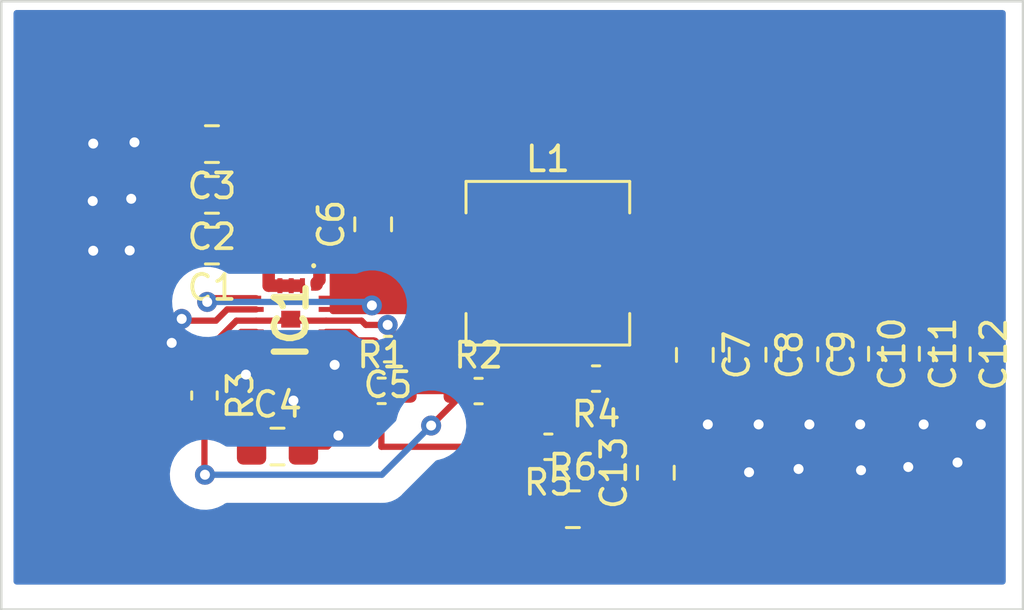
<source format=kicad_pcb>
(kicad_pcb (version 20211014) (generator pcbnew)
  (layers (0 "F.Cu" signal) (31 "B.Cu" signal) (34 "B.Paste" user) (35 "F.Paste" user) (36 "B.SilkS" user "B.Silkscreen") (37 "F.SilkS" user "F.Silkscreen") (38 "B.Mask" user) (39 "F.Mask" user) (44 "Edge.Cuts" user))
  (net 0 "")
  (net 1 "Vin 5.5-24 V")
  (net 2 "Earth")
  (net 3 "VCC")
  (net 4 "Net-(C6-Pad1)")
  (net 5 "Net-(C6-Pad2)")
  (net 6 "Net-(C4-Pad1)")
  (net 7 "Net-(IC1-Pad15)")
  (net 8 "Net-(C13-Pad1)")
  (net 9 "EN")
  (net 10 "Net-(IC1-Pad9)")
  (net 11 "Vout 5V 10A")
  (net 12 "Net-(C13-Pad2)")
  (footprint "Capacitor_SMD:C_0603_1608Metric_Pad1.08x0.95mm_HandSolder" (layer "F.Cu") (at 161.2175 103.63 180)
    (fp_text reference "R4" (at 0 -1.43) (layer "F.SilkS"))
    (fp_text value "51.1")
    (fp_line (start -0.146267 0.51) (end 0.146267 0.51) (layer "F.SilkS") (width 0.12))
    (fp_line (start -0.146267 -0.51) (end 0.146267 -0.51) (layer "F.SilkS") (width 0.12))
    (pad "1" smd roundrect (at -0.8625 0 180) (size 1.075 0.95) (layers "F.Cu" "F.Paste" "F.Mask") (net 11 "Vout 5V 10A"))
    (pad "2" smd roundrect (at 0.8625 0 180) (size 1.075 0.95) (layers "F.Cu" "F.Paste" "F.Mask") (net 12 "Net-(C13-Pad2)"))
  )
  (footprint "Capacitor_SMD:C_0805_2012Metric_Pad1.18x1.45mm_HandSolder" (layer "F.Cu") (at 165.17 102.6825 -90)
    (fp_text reference "C7" (at 0 -1.68 90) (layer "F.SilkS"))
    (fp_text value "0.1uF")
    (fp_line (start -0.261252 -0.735) (end 0.261252 -0.735) (layer "F.SilkS") (width 0.12))
    (fp_line (start -0.261252 0.735) (end 0.261252 0.735) (layer "F.SilkS") (width 0.12))
    (pad "1" smd roundrect (at -1.0375 0 270) (size 1.175 1.45) (layers "F.Cu" "F.Paste" "F.Mask") (roundrect_rratio 0.212766) (net 11 "Vout 5V 10A"))
    (pad "2" smd roundrect (at 1.0375 0 270) (size 1.175 1.45) (layers "F.Cu" "F.Paste" "F.Mask") (roundrect_rratio 0.212766) (net 2 "Earth"))
  )
  (footprint "Capacitor_SMD:C_0805_2012Metric_Pad1.18x1.45mm_HandSolder" (layer "F.Cu") (at 167.28 102.675 -90)
    (fp_text reference "C8" (at 0 -1.68 90) (layer "F.SilkS"))
    (fp_text value "47uF")
    (fp_line (start -0.261252 -0.735) (end 0.261252 -0.735) (layer "F.SilkS") (width 0.12))
    (fp_line (start -0.261252 0.735) (end 0.261252 0.735) (layer "F.SilkS") (width 0.12))
    (pad "1" smd roundrect (at -1.0375 0 270) (size 1.175 1.45) (layers "F.Cu" "F.Paste" "F.Mask") (roundrect_rratio 0.212766) (net 11 "Vout 5V 10A"))
    (pad "2" smd roundrect (at 1.0375 0 270) (size 1.175 1.45) (layers "F.Cu" "F.Paste" "F.Mask") (roundrect_rratio 0.212766) (net 2 "Earth"))
  )
  (footprint "Capacitor_SMD:C_0805_2012Metric_Pad1.18x1.45mm_HandSolder" (layer "F.Cu") (at 175.45 102.659 -90)
    (fp_text reference "C12" (at 0 -1.68 90) (layer "F.SilkS"))
    (fp_text value "47uF")
    (fp_line (start -0.261252 -0.735) (end 0.261252 -0.735) (layer "F.SilkS") (width 0.12))
    (fp_line (start -0.261252 0.735) (end 0.261252 0.735) (layer "F.SilkS") (width 0.12))
    (pad "1" smd roundrect (at -1.0375 0 270) (size 1.175 1.45) (layers "F.Cu" "F.Paste" "F.Mask") (roundrect_rratio 0.212766) (net 11 "Vout 5V 10A"))
    (pad "2" smd roundrect (at 1.0375 0 270) (size 1.175 1.45) (layers "F.Cu" "F.Paste" "F.Mask") (roundrect_rratio 0.212766) (net 2 "Earth"))
  )
  (footprint "Capacitor_SMD:C_0603_1608Metric_Pad1.08x0.95mm_HandSolder" (layer "F.Cu") (at 145.55 104.3075 -90)
    (fp_text reference "R3" (at 0 -1.43 90) (layer "F.SilkS"))
    (fp_text value "100k")
    (fp_line (start -0.146267 -0.51) (end 0.146267 -0.51) (layer "F.SilkS") (width 0.12))
    (fp_line (start -0.146267 0.51) (end 0.146267 0.51) (layer "F.SilkS") (width 0.12))
    (pad "1" smd roundrect (at -0.8625 0 270) (size 1.075 0.95) (layers "F.Cu" "F.Paste" "F.Mask") (net 10 "Net-(IC1-Pad9)"))
    (pad "2" smd roundrect (at 0.8625 0 270) (size 1.075 0.95) (layers "F.Cu" "F.Paste" "F.Mask") (net 3 "VCC"))
  )
  (footprint "Capacitor_SMD:C_0603_1608Metric_Pad1.08x0.95mm_HandSolder" (layer "F.Cu") (at 152.8925 102.45 180)
    (fp_text reference "C5" (at 0 -1.43) (layer "F.SilkS"))
    (fp_text value "1uF")
    (fp_line (start -0.146267 -0.51) (end 0.146267 -0.51) (layer "F.SilkS") (width 0.12))
    (fp_line (start -0.146267 0.51) (end 0.146267 0.51) (layer "F.SilkS") (width 0.12))
    (pad "1" smd roundrect (at -0.8625 0 180) (size 1.075 0.95) (layers "F.Cu" "F.Paste" "F.Mask") (net 2 "Earth"))
    (pad "2" smd roundrect (at 0.8625 0 180) (size 1.075 0.95) (layers "F.Cu" "F.Paste" "F.Mask") (net 3 "VCC"))
  )
  (footprint "Inductor_SMD:L_Vishay_IHLP-2525" (layer "F.Cu") (at 159.29 99.01)
    (fp_text reference "L1" (at 0 -4.175) (layer "F.SilkS"))
    (fp_text value "1.8uH")
    (fp_line (start -3.275 2.0145) (end -3.275 3.275) (layer "F.SilkS") (width 0.12))
    (fp_line (start -3.275 -2.0145) (end -3.275 -3.275) (layer "F.SilkS") (width 0.12))
    (fp_line (start -3.275 -3.275) (end 3.275 -3.275) (layer "F.SilkS") (width 0.12))
    (fp_line (start 3.275 -3.275) (end 3.275 -2.0145) (layer "F.SilkS") (width 0.12))
    (fp_line (start -3.275 3.275) (end 3.275 3.275) (layer "F.SilkS") (width 0.12))
    (fp_line (start 3.275 3.275) (end 3.275 2.0145) (layer "F.SilkS") (width 0.12))
    (pad "1" smd rect (at -2.921 0) (size 2.413 3.429) (layers "F.Cu" "F.Paste" "F.Mask") (net 4 "Net-(C6-Pad1)"))
    (pad "2" smd rect (at 2.921 0) (size 2.413 3.429) (layers "F.Cu" "F.Paste" "F.Mask") (net 11 "Vout 5V 10A"))
  )
  (footprint "Capacitor_SMD:C_0603_1608Metric_Pad1.08x0.95mm_HandSolder" (layer "F.Cu") (at 159.31 106.36 180)
    (fp_text reference "R5" (at 0 -1.43) (layer "F.SilkS"))
    (fp_text value "110k")
    (fp_line (start -0.146267 0.51) (end 0.146267 0.51) (layer "F.SilkS") (width 0.12))
    (fp_line (start -0.146267 -0.51) (end 0.146267 -0.51) (layer "F.SilkS") (width 0.12))
    (pad "1" smd roundrect (at -0.8625 0 180) (size 1.075 0.95) (layers "F.Cu" "F.Paste" "F.Mask") (net 12 "Net-(C13-Pad2)"))
    (pad "2" smd roundrect (at 0.8625 0 180) (size 1.075 0.95) (layers "F.Cu" "F.Paste" "F.Mask") (net 8 "Net-(C13-Pad1)"))
  )
  (footprint "Capacitor_SMD:C_0805_2012Metric_Pad1.18x1.45mm_HandSolder" (layer "F.Cu") (at 169.354 102.659 -90)
    (fp_text reference "C9" (at 0 -1.68 90) (layer "F.SilkS"))
    (fp_text value "47uF")
    (fp_line (start -0.261252 -0.735) (end 0.261252 -0.735) (layer "F.SilkS") (width 0.12))
    (fp_line (start -0.261252 0.735) (end 0.261252 0.735) (layer "F.SilkS") (width 0.12))
    (pad "1" smd roundrect (at -1.0375 0 270) (size 1.175 1.45) (layers "F.Cu" "F.Paste" "F.Mask") (roundrect_rratio 0.212766) (net 11 "Vout 5V 10A"))
    (pad "2" smd roundrect (at 1.0375 0 270) (size 1.175 1.45) (layers "F.Cu" "F.Paste" "F.Mask") (roundrect_rratio 0.212766) (net 2 "Earth"))
  )
  (footprint "Capacitor_SMD:C_0603_1608Metric_Pad1.08x0.95mm_HandSolder" (layer "F.Cu") (at 156.5175 104.13)
    (fp_text reference "R2" (at 0 -1.43) (layer "F.SilkS"))
    (fp_text value "15k")
    (fp_line (start -0.146267 0.51) (end 0.146267 0.51) (layer "F.SilkS") (width 0.12))
    (fp_line (start -0.146267 -0.51) (end 0.146267 -0.51) (layer "F.SilkS") (width 0.12))
    (pad "1" smd roundrect (at -0.8625 0) (size 1.075 0.95) (layers "F.Cu" "F.Paste" "F.Mask") (net 3 "VCC"))
    (pad "2" smd roundrect (at 0.8625 0) (size 1.075 0.95) (layers "F.Cu" "F.Paste" "F.Mask") (net 2 "Earth"))
  )
  (footprint "Capacitor_SMD:C_0805_2012Metric_Pad1.18x1.45mm_HandSolder" (layer "F.Cu") (at 173.418 102.6375 -90)
    (fp_text reference "C11" (at 0 -1.68 90) (layer "F.SilkS"))
    (fp_text value "47uF")
    (fp_line (start -0.261252 -0.735) (end 0.261252 -0.735) (layer "F.SilkS") (width 0.12))
    (fp_line (start -0.261252 0.735) (end 0.261252 0.735) (layer "F.SilkS") (width 0.12))
    (pad "1" smd roundrect (at -1.0375 0 270) (size 1.175 1.45) (layers "F.Cu" "F.Paste" "F.Mask") (roundrect_rratio 0.212766) (net 11 "Vout 5V 10A"))
    (pad "2" smd roundrect (at 1.0375 0 270) (size 1.175 1.45) (layers "F.Cu" "F.Paste" "F.Mask") (roundrect_rratio 0.212766) (net 2 "Earth"))
  )
  (footprint "Capacitor_SMD:C_0805_2012Metric_Pad1.18x1.45mm_HandSolder" (layer "F.Cu") (at 145.85 98.304 180)
    (fp_text reference "C1" (at 0 -1.68) (layer "F.SilkS"))
    (fp_text value "22uF")
    (fp_line (start -0.261252 -0.735) (end 0.261252 -0.735) (layer "F.SilkS") (width 0.12))
    (fp_line (start -0.261252 0.735) (end 0.261252 0.735) (layer "F.SilkS") (width 0.12))
    (pad "1" smd roundrect (at -1.0375 0 180) (size 1.175 1.45) (layers "F.Cu" "F.Paste" "F.Mask") (roundrect_rratio 0.212766) (net 1 "Vin 5.5-24 V"))
    (pad "2" smd roundrect (at 1.0375 0 180) (size 1.175 1.45) (layers "F.Cu" "F.Paste" "F.Mask") (roundrect_rratio 0.212766) (net 2 "Earth"))
  )
  (footprint "TPS51396ARJER:TPS51396ARJER" (layer "F.Cu") (at 149.02 101.31 -90)
    (fp_text reference "IC1" (at 0 0 90) (layer "F.SilkS") (effects (font (size 1.27 1.27) (thickness 0.254))))
    (fp_text value "TPS51396ARJER" hide)
    (fp_line (start -2.15 -0.9) (end -2.15 -0.9) (layer "F.SilkS") (width 0.1))
    (fp_line (start -2.25 -0.9) (end -2.25 -0.9) (layer "F.SilkS") (width 0.1))
    (fp_arc (start -2.25 -0.9) (mid -2.2 -0.95) (end -2.15 -0.9) (layer "F.SilkS") (width 0.1))
    (fp_arc (start -2.15 -0.9) (mid -2.2 -0.85) (end -2.25 -0.9) (layer "F.SilkS") (width 0.1))
    (pad "1" smd rect (at -1.4 -0.9) (size 0.2 0.4) (layers "F.Cu" "F.Paste" "F.Mask") (net 5 "Net-(C6-Pad2)"))
    (pad "2" smd rect (at -1.4 -0.45) (size 0.2 0.6) (layers "F.Cu" "F.Paste" "F.Mask") (net 1 "Vin 5.5-24 V"))
    (pad "3" smd rect (at -1.4 0) (size 0.2 0.6) (layers "F.Cu" "F.Paste" "F.Mask") (net 1 "Vin 5.5-24 V"))
    (pad "4" smd rect (at -1.4 0.45) (size 0.2 0.6) (layers "F.Cu" "F.Paste" "F.Mask") (net 1 "Vin 5.5-24 V"))
    (pad "5" smd rect (at -1.4 0.9) (size 0.2 0.4) (layers "F.Cu" "F.Paste" "F.Mask") (net 1 "Vin 5.5-24 V"))
    (pad "6" smd rect (at -0.9 1.4 270) (size 0.2 0.4) (layers "F.Cu" "F.Paste" "F.Mask") (net 4 "Net-(C6-Pad1)"))
    (pad "7" smd rect (at -0.45 1.4 270) (size 0.2 0.6) (layers "F.Cu" "F.Paste" "F.Mask") (net 2 "Earth"))
    (pad "8" smd rect (at 0 1.4 270) (size 0.2 0.6) (layers "F.Cu" "F.Paste" "F.Mask") (net 2 "Earth"))
    (pad "9" smd rect (at 0.45 1.4 270) (size 0.2 0.6) (layers "F.Cu" "F.Paste" "F.Mask") (net 10 "Net-(IC1-Pad9)"))
    (pad "10" smd rect (at 0.9 1.4 270) (size 0.2 0.4) (layers "F.Cu" "F.Paste" "F.Mask") (net 2 "Earth"))
    (pad "11" smd rect (at 1.4 0.9) (size 0.2 0.6) (layers "F.Cu" "F.Paste" "F.Mask") (net 6 "Net-(C4-Pad1)"))
    (pad "12" smd rect (at 1.4 0.45) (size 0.2 0.6) (layers "F.Cu" "F.Paste" "F.Mask") (net 9 "EN"))
    (pad "13" smd rect (at 1.4 0) (size 0.2 0.6) (layers "F.Cu" "F.Paste" "F.Mask") (net 2 "Earth"))
    (pad "14" smd rect (at 1.4 -0.45) (size 0.2 0.6) (layers "F.Cu" "F.Paste" "F.Mask") (net 8 "Net-(C13-Pad1)"))
    (pad "15" smd rect (at 1.4 -0.9) (size 0.2 0.4) (layers "F.Cu" "F.Paste" "F.Mask") (net 7 "Net-(IC1-Pad15)"))
    (pad "16" smd rect (at 0.9 -1.4 270) (size 0.2 0.6) (layers "F.Cu" "F.Paste" "F.Mask") (net 2 "Earth"))
    (pad "17" smd rect (at 0.45 -1.4 270) (size 0.2 0.6) (layers "F.Cu" "F.Paste" "F.Mask") (net 3 "VCC"))
    (pad "18" smd rect (at 0 -1.4 270) (size 0.2 0.6) (layers "F.Cu" "F.Paste" "F.Mask") (net 2 "Earth"))
    (pad "19" smd rect (at -0.45 -1.4 270) (size 0.2 0.6) (layers "F.Cu" "F.Paste" "F.Mask") (net 4 "Net-(C6-Pad1)"))
    (pad "20" smd rect (at -0.9 -1.4 270) (size 0.2 0.6) (layers "F.Cu" "F.Paste" "F.Mask") (net 4 "Net-(C6-Pad1)"))
    (pad "21" smd rect (at -0.06 0.018 270) (size 0.675 0.76) (layers "F.Cu" "F.Paste" "F.Mask") (net 2 "Earth"))
  )
  (footprint "Capacitor_SMD:C_0805_2012Metric_Pad1.18x1.45mm_HandSolder" (layer "F.Cu") (at 171.386 102.6375 -90)
    (fp_text reference "C10" (at 0 -1.68 90) (layer "F.SilkS"))
    (fp_text value "47uF")
    (fp_line (start -0.261252 0.735) (end 0.261252 0.735) (layer "F.SilkS") (width 0.12))
    (fp_line (start -0.261252 -0.735) (end 0.261252 -0.735) (layer "F.SilkS") (width 0.12))
    (pad "1" smd roundrect (at -1.0375 0 270) (size 1.175 1.45) (layers "F.Cu" "F.Paste" "F.Mask") (roundrect_rratio 0.212766) (net 11 "Vout 5V 10A"))
    (pad "2" smd roundrect (at 1.0375 0 270) (size 1.175 1.45) (layers "F.Cu" "F.Paste" "F.Mask") (roundrect_rratio 0.212766) (net 2 "Earth"))
  )
  (footprint "Capacitor_SMD:C_0603_1608Metric_Pad1.08x0.95mm_HandSolder" (layer "F.Cu") (at 152.64 104.12)
    (fp_text reference "R1" (at 0 -1.43) (layer "F.SilkS"))
    (fp_text value "330k")
    (fp_line (start -0.146267 -0.51) (end 0.146267 -0.51) (layer "F.SilkS") (width 0.12))
    (fp_line (start -0.146267 0.51) (end 0.146267 0.51) (layer "F.SilkS") (width 0.12))
    (pad "1" smd roundrect (at -0.8625 0) (size 1.075 0.95) (layers "F.Cu" "F.Paste" "F.Mask") (net 7 "Net-(IC1-Pad15)"))
    (pad "2" smd roundrect (at 0.8625 0) (size 1.075 0.95) (layers "F.Cu" "F.Paste" "F.Mask") (net 3 "VCC"))
  )
  (footprint "Capacitor_SMD:C_0805_2012Metric_Pad1.18x1.45mm_HandSolder" (layer "F.Cu") (at 160.29 108.86)
    (fp_text reference "R6" (at 0 -1.68) (layer "F.SilkS"))
    (fp_text value "15k")
    (fp_line (start -0.261252 0.735) (end 0.261252 0.735) (layer "F.SilkS") (width 0.12))
    (fp_line (start -0.261252 -0.735) (end 0.261252 -0.735) (layer "F.SilkS") (width 0.12))
    (pad "1" smd roundrect (at -1.0375 0) (size 1.175 1.45) (layers "F.Cu" "F.Paste" "F.Mask") (roundrect_rratio 0.212766) (net 8 "Net-(C13-Pad1)"))
    (pad "2" smd roundrect (at 1.0375 0) (size 1.175 1.45) (layers "F.Cu" "F.Paste" "F.Mask") (roundrect_rratio 0.212766) (net 2 "Earth"))
  )
  (footprint "Capacitor_SMD:C_0805_2012Metric_Pad1.18x1.45mm_HandSolder" (layer "F.Cu") (at 145.85 96.272 180)
    (fp_text reference "C2" (at 0 -1.68) (layer "F.SilkS"))
    (fp_text value "22uF")
    (fp_line (start -0.261252 -0.735) (end 0.261252 -0.735) (layer "F.SilkS") (width 0.12))
    (fp_line (start -0.261252 0.735) (end 0.261252 0.735) (layer "F.SilkS") (width 0.12))
    (pad "1" smd roundrect (at -1.0375 0 180) (size 1.175 1.45) (layers "F.Cu" "F.Paste" "F.Mask") (roundrect_rratio 0.212766) (net 1 "Vin 5.5-24 V"))
    (pad "2" smd roundrect (at 1.0375 0 180) (size 1.175 1.45) (layers "F.Cu" "F.Paste" "F.Mask") (roundrect_rratio 0.212766) (net 2 "Earth"))
  )
  (footprint "Capacitor_SMD:C_0805_2012Metric_Pad1.18x1.45mm_HandSolder" (layer "F.Cu") (at 145.85 94.24 180)
    (fp_text reference "C3" (at 0 -1.68) (layer "F.SilkS"))
    (fp_text value "0.1uF")
    (fp_line (start -0.261252 0.735) (end 0.261252 0.735) (layer "F.SilkS") (width 0.12))
    (fp_line (start -0.261252 -0.735) (end 0.261252 -0.735) (layer "F.SilkS") (width 0.12))
    (pad "1" smd roundrect (at -1.0375 0 180) (size 1.175 1.45) (layers "F.Cu" "F.Paste" "F.Mask") (roundrect_rratio 0.212766) (net 1 "Vin 5.5-24 V"))
    (pad "2" smd roundrect (at 1.0375 0 180) (size 1.175 1.45) (layers "F.Cu" "F.Paste" "F.Mask") (roundrect_rratio 0.212766) (net 2 "Earth"))
  )
  (footprint "Capacitor_SMD:C_0805_2012Metric_Pad1.18x1.45mm_HandSolder" (layer "F.Cu") (at 163.61 107.4 90)
    (fp_text reference "C13" (at 0 -1.68 90) (layer "F.SilkS"))
    (fp_text value "100pF")
    (fp_line (start -0.261252 -0.735) (end 0.261252 -0.735) (layer "F.SilkS") (width 0.12))
    (fp_line (start -0.261252 0.735) (end 0.261252 0.735) (layer "F.SilkS") (width 0.12))
    (pad "1" smd roundrect (at -1.0375 0 90) (size 1.175 1.45) (layers "F.Cu" "F.Paste" "F.Mask") (roundrect_rratio 0.212766) (net 8 "Net-(C13-Pad1)"))
    (pad "2" smd roundrect (at 1.0375 0 90) (size 1.175 1.45) (layers "F.Cu" "F.Paste" "F.Mask") (roundrect_rratio 0.212766) (net 12 "Net-(C13-Pad2)"))
  )
  (footprint "Capacitor_SMD:C_0805_2012Metric_Pad1.18x1.45mm_HandSolder" (layer "F.Cu") (at 148.4725 106.35)
    (fp_text reference "C4" (at 0 -1.68) (layer "F.SilkS"))
    (fp_text value "22uF")
    (fp_line (start -0.261252 -0.735) (end 0.261252 -0.735) (layer "F.SilkS") (width 0.12))
    (fp_line (start -0.261252 0.735) (end 0.261252 0.735) (layer "F.SilkS") (width 0.12))
    (pad "1" smd roundrect (at -1.0375 0) (size 1.175 1.45) (layers "F.Cu" "F.Paste" "F.Mask") (roundrect_rratio 0.212766) (net 6 "Net-(C4-Pad1)"))
    (pad "2" smd roundrect (at 1.0375 0) (size 1.175 1.45) (layers "F.Cu" "F.Paste" "F.Mask") (roundrect_rratio 0.212766) (net 2 "Earth"))
  )
  (footprint "Capacitor_SMD:C_0805_2012Metric_Pad1.18x1.45mm_HandSolder" (layer "F.Cu") (at 152.3 97.4525 90)
    (fp_text reference "C6" (at 0 -1.68 90) (layer "F.SilkS"))
    (fp_text value "0.1uF")
    (fp_line (start -0.261252 -0.735) (end 0.261252 -0.735) (layer "F.SilkS") (width 0.12))
    (fp_line (start -0.261252 0.735) (end 0.261252 0.735) (layer "F.SilkS") (width 0.12))
    (pad "1" smd roundrect (at -1.0375 0 90) (size 1.175 1.45) (layers "F.Cu" "F.Paste" "F.Mask") (roundrect_rratio 0.212766) (net 4 "Net-(C6-Pad1)"))
    (pad "2" smd roundrect (at 1.0375 0 90) (size 1.175 1.45) (layers "F.Cu" "F.Paste" "F.Mask") (roundrect_rratio 0.212766) (net 5 "Net-(C6-Pad2)"))
  )
  (gr_poly (pts (xy 178.3 112.88) (xy 137.42 112.88) (xy 137.42 88.52) (xy 178.3 88.52)) (layer "Edge.Cuts") (width 0.1) (fill none))
  (segment (start 148.12 99.91) (end 148.12 98.95) (width 0.5) (layer "F.Cu") (net 1))
  (segment (start 148.12 99.91) (end 149.335 99.91) (width 0.5) (layer "F.Cu") (net 1))
  (segment (start 149.335 99.91) (end 149.345 99.92) (width 0.25) (layer "F.Cu") (net 1))
  (segment (start 157.38 104.13) (end 156.987995 104.13) (width 0.25) (layer "F.Cu") (net 2))
  (segment (start 175.45 103.6965) (end 175.45 104.303) (width 0.25) (layer "F.Cu") (net 2))
  (segment (start 167.28 103.7125) (end 167.28 105.023) (width 0.25) (layer "F.Cu") (net 2))
  (segment (start 165.17 103.72) (end 165.17 104.945) (width 0.25) (layer "F.Cu") (net 2))
  (segment (start 144.6165 98.5) (end 144.8125 98.304) (width 0.25) (layer "F.Cu") (net 2))
  (segment (start 167.28 105.023) (end 167.722 105.465) (width 0.25) (layer "F.Cu") (net 2))
  (segment (start 159.31 106.8425) (end 161.3275 108.86) (width 0.25) (layer "F.Cu") (net 2))
  (segment (start 173.418 104.557) (end 174.326 105.465) (width 0.25) (layer "F.Cu") (net 2))
  (segment (start 175.45 104.303) (end 176.612 105.465) (width 0.25) (layer "F.Cu") (net 2))
  (segment (start 150.47 106.35) (end 149.51 106.35) (width 0.25) (layer "F.Cu") (net 2))
  (segment (start 150.42 101.31) (end 151.834695 101.31) (width 0.25) (layer "F.Cu") (net 2))
  (segment (start 144.7425 94.17) (end 144.8125 94.24) (width 0.25) (layer "F.Cu") (net 2))
  (segment (start 142.62 96.43) (end 144.6545 96.43) (width 0.25) (layer "F.Cu") (net 2))
  (segment (start 155.307995 102.45) (end 153.755 102.45) (width 0.25) (layer "F.Cu") (net 2))
  (segment (start 147.62 101.31) (end 148.942 101.31) (width 0.25) (layer "F.Cu") (net 2))
  (segment (start 171.386 103.675) (end 171.386 105.065) (width 0.25) (layer "F.Cu") (net 2))
  (segment (start 149.002 101.25) (end 149.062 101.31) (width 0.25) (layer "F.Cu") (net 2))
  (segment (start 169.354 105.065) (end 169.754 105.465) (width 0.25) (layer "F.Cu") (net 2))
  (segment (start 152.88 101.575) (end 153.755 102.45) (width 0.25) (layer "F.Cu") (net 2))
  (segment (start 149.02 104.42) (end 149.11 104.51) (width 0.25) (layer "F.Cu") (net 2))
  (segment (start 169.354 103.6965) (end 169.354 105.065) (width 0.25) (layer "F.Cu") (net 2))
  (segment (start 171.386 105.065) (end 171.786 105.465) (width 0.25) (layer "F.Cu") (net 2))
  (segment (start 149.062 101.31) (end 150.42 101.31) (width 0.25) (layer "F.Cu") (net 2))
  (segment (start 165.17 104.945) (end 165.69 105.465) (width 0.25) (layer "F.Cu") (net 2))
  (segment (start 151.834695 101.31) (end 152.004695 101.48) (width 0.25) (layer "F.Cu") (net 2))
  (segment (start 147.62 103.06) (end 147.21 103.47) (width 0.25) (layer "F.Cu") (net 2))
  (segment (start 159.31 105.889505) (end 159.31 106.8425) (width 0.25) (layer "F.Cu") (net 2))
  (segment (start 145.94 102.2) (end 144.24 102.2) (width 0.25) (layer "F.Cu") (net 2))
  (segment (start 156.987995 104.13) (end 155.307995 102.45) (width 0.25) (layer "F.Cu") (net 2))
  (segment (start 146.46 100.86) (end 146.01 101.31) (width 0.25) (layer "F.Cu") (net 2))
  (segment (start 157.550495 104.13) (end 159.31 105.889505) (width 0.25) (layer "F.Cu") (net 2))
  (segment (start 152.004695 101.48) (end 152.88 101.48) (width 0.25) (layer "F.Cu") (net 2))
  (segment (start 147.62 100.86) (end 146.46 100.86) (width 0.25) (layer "F.Cu") (net 2))
  (segment (start 142.56 98.5) (end 144.6165 98.5) (width 0.25) (layer "F.Cu") (net 2))
  (segment (start 152.88 101.48) (end 152.88 101.575) (width 0.25) (layer "F.Cu") (net 2))
  (segment (start 150.42 102.21) (end 150.42 102.74) (width 0.25) (layer "F.Cu") (net 2))
  (segment (start 144.6545 96.43) (end 144.8125 96.272) (width 0.25) (layer "F.Cu") (net 2))
  (segment (start 173.418 103.675) (end 173.418 104.557) (width 0.25) (layer "F.Cu") (net 2))
  (segment (start 144.71 101.31) (end 144.64 101.24) (width 0.25) (layer "F.Cu") (net 2))
  (segment (start 150.42 102.74) (end 150.76 103.08) (width 0.25) (layer "F.Cu") (net 2))
  (segment (start 150.91 105.91) (end 150.47 106.35) (width 0.25) (layer "F.Cu") (net 2))
  (segment (start 147.62 102.21) (end 147.62 103.06) (width 0.25) (layer "F.Cu") (net 2))
  (segment (start 149.02 102.71) (end 149.02 104.42) (width 0.25) (layer "F.Cu") (net 2))
  (segment (start 148.942 101.31) (end 149.002 101.25) (width 0.25) (layer "F.Cu") (net 2))
  (segment (start 147.62 101.31) (end 146.83 101.31) (width 0.25) (layer "F.Cu") (net 2))
  (segment (start 146.83 101.31) (end 145.94 102.2) (width 0.25) (layer "F.Cu") (net 2))
  (segment (start 146.01 101.31) (end 144.71 101.31) (width 0.25) (layer "F.Cu") (net 2))
  (segment (start 142.75 94.17) (end 144.7425 94.17) (width 0.25) (layer "F.Cu") (net 2))
  (segment (start 157.38 104.13) (end 157.550495 104.13) (width 0.25) (layer "F.Cu") (net 2))
  (via (at 175.68 106.99) (size 0.8) (drill 0.4) (layers "F.Cu" "B.Cu") (net 2))
  (via (at 149.11 104.51) (size 0.8) (drill 0.4) (layers "F.Cu" "B.Cu") (net 2))
  (via (at 142.56 98.5) (size 0.8) (drill 0.4) (layers "F.Cu" "B.Cu") (net 2))
  (via (at 150.91 105.91) (size 0.8) (drill 0.4) (layers "F.Cu" "B.Cu") (net 2))
  (via (at 150.76 103.08) (size 0.8) (drill 0.4) (layers "F.Cu" "B.Cu") (net 2))
  (via (at 173.71 107.17) (size 0.8) (drill 0.4) (layers "F.Cu" "B.Cu") (net 2))
  (via (at 169.754 105.465) (size 0.8) (drill 0.4) (layers "F.Cu" "B.Cu") (net 2))
  (via (at 141.08 96.52) (size 0.8) (drill 0.4) (layers "F.Cu" "B.Cu") (net 2))
  (via (at 152.88 101.48) (size 0.8) (drill 0.4) (layers "F.Cu" "B.Cu") (net 2))
  (via (at 174.326 105.465) (size 0.8) (drill 0.4) (layers "F.Cu" "B.Cu") (net 2))
  (via (at 167.722 105.465) (size 0.8) (drill 0.4) (layers "F.Cu" "B.Cu") (net 2))
  (via (at 171.82 107.3) (size 0.8) (drill 0.4) (layers "F.Cu" "B.Cu") (net 2))
  (via (at 176.612 105.465) (size 0.8) (drill 0.4) (layers "F.Cu" "B.Cu") (net 2))
  (via (at 142.62 96.43) (size 0.8) (drill 0.4) (layers "F.Cu" "B.Cu") (net 2))
  (via (at 165.69 105.465) (size 0.8) (drill 0.4) (layers "F.Cu" "B.Cu") (net 2))
  (via (at 141.1 98.51) (size 0.8) (drill 0.4) (layers "F.Cu" "B.Cu") (net 2))
  (via (at 142.75 94.17) (size 0.8) (drill 0.4) (layers "F.Cu" "B.Cu") (net 2))
  (via (at 141.1 94.22) (size 0.8) (drill 0.4) (layers "F.Cu" "B.Cu") (net 2))
  (via (at 147.21 103.47) (size 0.8) (drill 0.4) (layers "F.Cu" "B.Cu") (net 2))
  (via (at 169.32 107.25) (size 0.8) (drill 0.4) (layers "F.Cu" "B.Cu") (net 2))
  (via (at 144.24 102.2) (size 0.8) (drill 0.4) (layers "F.Cu" "B.Cu") (net 2))
  (via (at 167.34 107.38) (size 0.8) (drill 0.4) (layers "F.Cu" "B.Cu") (net 2))
  (via (at 144.64 101.24) (size 0.8) (drill 0.4) (layers "F.Cu" "B.Cu") (net 2))
  (via (at 171.786 105.465) (size 0.8) (drill 0.4) (layers "F.Cu" "B.Cu") (net 2))
  (segment (start 155.655 104.13) (end 155.655 104.475) (width 0.25) (layer "F.Cu") (net 3))
  (segment (start 145.55 107.46) (end 145.57 107.48) (width 0.25) (layer "F.Cu") (net 3))
  (segment (start 152.03 102.45) (end 152.03 102.6475) (width 0.25) (layer "F.Cu") (net 3))
  (segment (start 145.55 105.17) (end 145.55 107.46) (width 0.25) (layer "F.Cu") (net 3))
  (segment (start 155.655 104.13) (end 153.5125 104.13) (width 0.25) (layer "F.Cu") (net 3))
  (segment (start 153.5125 104.13) (end 153.5025 104.12) (width 0.25) (layer "F.Cu") (net 3))
  (segment (start 150.42 101.76) (end 151.34 101.76) (width 0.25) (layer "F.Cu") (net 3))
  (segment (start 155.655 104.475) (end 154.62 105.51) (width 0.25) (layer "F.Cu") (net 3))
  (segment (start 152.03 102.6475) (end 153.5025 104.12) (width 0.25) (layer "F.Cu") (net 3))
  (segment (start 151.34 101.76) (end 152.03 102.45) (width 0.25) (layer "F.Cu") (net 3))
  (via (at 145.57 107.48) (size 0.8) (drill 0.4) (layers "F.Cu" "B.Cu") (net 3))
  (via (at 154.62 105.51) (size 0.8) (drill 0.4) (layers "F.Cu" "B.Cu") (net 3))
  (segment (start 152.65 107.48) (end 154.62 105.51) (width 0.25) (layer "B.Cu") (net 3))
  (segment (start 145.57 107.48) (end 152.65 107.48) (width 0.25) (layer "B.Cu") (net 3))
  (segment (start 145.81 100.41) (end 145.66 100.56) (width 0.25) (layer "F.Cu") (net 4))
  (segment (start 147.62 100.41) (end 145.81 100.41) (width 0.25) (layer "F.Cu") (net 4))
  (via (at 145.66 100.56) (size 0.8) (drill 0.4) (layers "F.Cu" "B.Cu") (net 4))
  (via (at 152.25 100.7) (size 0.8) (drill 0.4) (layers "F.Cu" "B.Cu") (net 4))
  (segment (start 145.66 100.56) (end 152.11 100.56) (width 0.25) (layer "B.Cu") (net 4))
  (segment (start 152.11 100.56) (end 152.25 100.7) (width 0.25) (layer "B.Cu") (net 4))
  (segment (start 150.15 99.68) (end 150.04 99.79) (width 0.5) (layer "F.Cu") (net 5))
  (segment (start 150.195 96.415) (end 152.3 96.415) (width 0.5) (layer "F.Cu") (net 5))
  (segment (start 150.04 99.79) (end 150.04 99.86) (width 0.5) (layer "F.Cu") (net 5))
  (segment (start 150.15 99.68) (end 150.15 96.46) (width 0.5) (layer "F.Cu") (net 5))
  (segment (start 150.15 96.46) (end 150.195 96.415) (width 0.5) (layer "F.Cu") (net 5))
  (segment (start 148.12 102.71) (end 148.12 105.665) (width 0.25) (layer "F.Cu") (net 6))
  (segment (start 148.12 105.665) (end 147.435 106.35) (width 0.25) (layer "F.Cu") (net 6))
  (segment (start 149.92 102.71) (end 149.92 103.265305) (width 0.25) (layer "F.Cu") (net 7))
  (segment (start 150.774695 104.12) (end 151.7775 104.12) (width 0.25) (layer "F.Cu") (net 7))
  (segment (start 149.92 103.265305) (end 150.774695 104.12) (width 0.25) (layer "F.Cu") (net 7))
  (segment (start 163.61 109.87) (end 163.61 108.4375) (width 0.25) (layer "F.Cu") (net 8))
  (segment (start 163.22 110.26) (end 163.61 109.87) (width 0.25) (layer "F.Cu") (net 8))
  (segment (start 149.47 102.71) (end 149.47 103.451701) (width 0.25) (layer "F.Cu") (net 8))
  (segment (start 149.47 103.451701) (end 151.350646 105.332347) (width 0.25) (layer "F.Cu") (net 8))
  (segment (start 158.4475 108.055) (end 159.2525 108.86) (width 0.25) (layer "F.Cu") (net 8))
  (segment (start 152.63 105.72) (end 152.63 106.36) (width 0.25) (layer "F.Cu") (net 8))
  (segment (start 159.2525 109.6325) (end 159.88 110.26) (width 0.25) (layer "F.Cu") (net 8))
  (segment (start 159.2525 108.86) (end 159.2525 109.6325) (width 0.25) (layer "F.Cu") (net 8))
  (segment (start 152.63 106.36) (end 158.4475 106.36) (width 0.25) (layer "F.Cu") (net 8))
  (segment (start 159.88 110.26) (end 163.22 110.26) (width 0.25) (layer "F.Cu") (net 8))
  (segment (start 158.4475 106.36) (end 158.4475 108.055) (width 0.25) (layer "F.Cu") (net 8))
  (segment (start 152.242347 105.332347) (end 152.63 105.72) (width 0.25) (layer "F.Cu") (net 8))
  (segment (start 151.350646 105.332347) (end 152.242347 105.332347) (width 0.25) (layer "F.Cu") (net 8))
  (segment (start 145.55 103.23) (end 145.55 103.445) (width 0.25) (layer "F.Cu") (net 10))
  (segment (start 147.02 101.76) (end 145.55 103.23) (width 0.25) (layer "F.Cu") (net 10))
  (segment (start 147.62 101.76) (end 147.02 101.76) (width 0.25) (layer "F.Cu") (net 10))
  (segment (start 160.1725 106.36) (end 163.6075 106.36) (width 0.25) (layer "F.Cu") (net 12))
  (segment (start 160.1725 106.36) (end 160.1725 106.6675) (width 0.25) (layer "F.Cu") (net 12))
  (segment (start 160.09 106.2775) (end 160.09 103.895) (width 0.25) (layer "F.Cu") (net 12))
  (segment (start 160.09 103.895) (end 160.355 103.63) (width 0.25) (layer "F.Cu") (net 12))
  (segment (start 163.6075 106.36) (end 163.61 106.3625) (width 0.25) (layer "F.Cu") (net 12))
  (segment (start 160.1725 106.6675) (end 160.16 106.68) (width 0.25) (layer "F.Cu") (net 12))
  (segment (start 160.1725 106.36) (end 160.09 106.2775) (width 0.25) (layer "F.Cu") (net 12))
  (zone (net 1) (net_name "Vin 5.5-24 V") (layer "F.Cu") (connect_pads (clearance 1)) (min_thickness 0.254) (fill yes (thermal_gap 0.508) (thermal_bridge_width 0.508))
    (polygon (pts (xy 149.56 100.07) (xy 145.85 100.09) (xy 145.85 90.65) (xy 149.32 90.6)))
  )
  (zone (net 11) (net_name "Vout 5V 10A") (layer "F.Cu") (connect_pads (clearance 1)) (min_thickness 0.254) (fill yes (thermal_gap 0.508) (thermal_bridge_width 0.508))
    (polygon (pts (xy 175.76 102.64) (xy 161.59 102.64) (xy 161.59 96.26) (xy 175.76 96.26)))
  )
  (zone (net 4) (net_name "Net-(C6-Pad1)") (layer "F.Cu") (connect_pads (clearance 1)) (min_thickness 0.254) (fill yes (thermal_gap 0.508) (thermal_bridge_width 0.508))
    (polygon (pts (xy 157.73 101.05) (xy 150.56 101.05) (xy 150.56 97.06) (xy 157.73 97.06)))
  )
  (zone (net 11) (net_name "Vout 5V 10A") (layer "F.Cu") (connect_pads (clearance 1)) (min_thickness 0.254) (fill yes (thermal_gap 0.508) (thermal_bridge_width 0.508))
    (polygon (pts (xy 163.02 104.11) (xy 161 104.11) (xy 161 102.5) (xy 163.02 102.5)))
  )
  (zone (net 2) (net_name "Earth") (layer "B.Cu") (connect_pads (clearance 1)) (min_thickness 0.254) (fill yes (thermal_gap 0.508) (thermal_bridge_width 0.508))
    (polygon (pts (xy 177.61 111.88) (xy 137.91 111.88) (xy 137.91 88.87) (xy 177.61 88.87)))
  )
)
</source>
